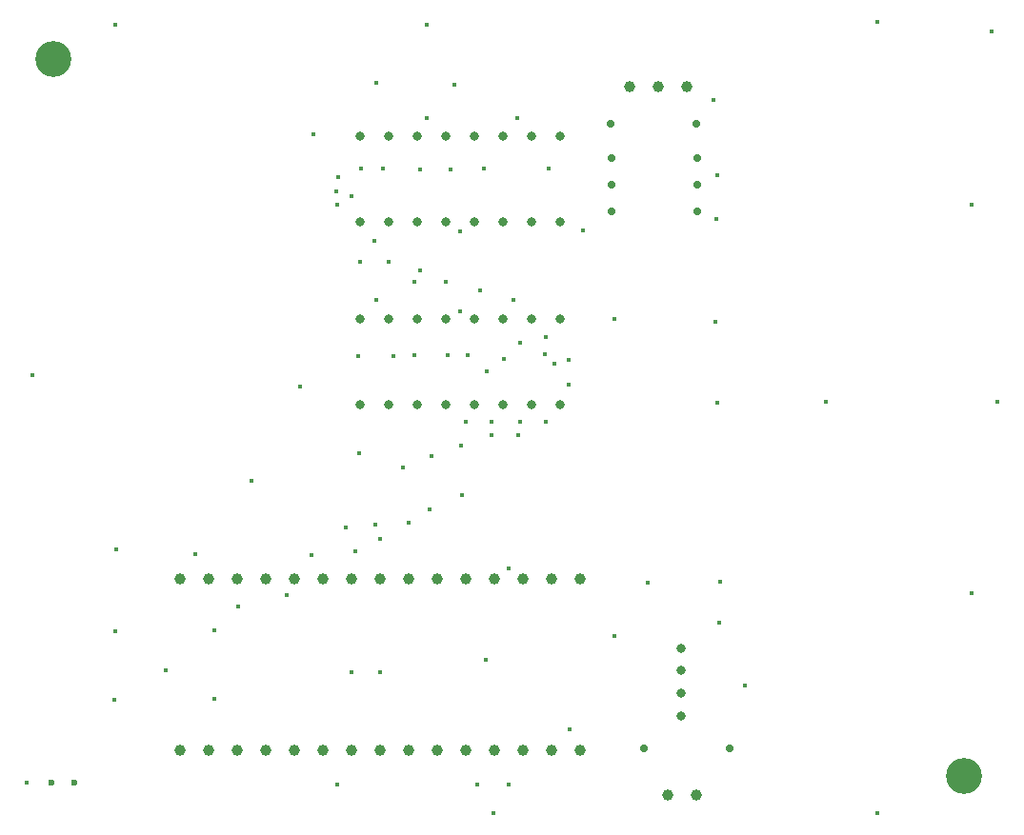
<source format=gbr>
%TF.GenerationSoftware,KiCad,Pcbnew,(6.0.4)*%
%TF.CreationDate,2023-10-22T17:32:36+02:00*%
%TF.ProjectId,GB-Dumper,47422d44-756d-4706-9572-2e6b69636164,0.7*%
%TF.SameCoordinates,Original*%
%TF.FileFunction,Plated,1,2,PTH,Drill*%
%TF.FilePolarity,Positive*%
%FSLAX46Y46*%
G04 Gerber Fmt 4.6, Leading zero omitted, Abs format (unit mm)*
G04 Created by KiCad (PCBNEW (6.0.4)) date 2023-10-22 17:32:36*
%MOMM*%
%LPD*%
G01*
G04 APERTURE LIST*
%TA.AperFunction,ViaDrill*%
%ADD10C,0.400000*%
%TD*%
%TA.AperFunction,ComponentDrill*%
%ADD11C,0.600000*%
%TD*%
%TA.AperFunction,ComponentDrill*%
%ADD12C,0.700000*%
%TD*%
%TA.AperFunction,ComponentDrill*%
%ADD13C,0.800000*%
%TD*%
%TA.AperFunction,ComponentDrill*%
%ADD14C,1.000000*%
%TD*%
%TA.AperFunction,ComponentDrill*%
%ADD15C,3.200000*%
%TD*%
G04 APERTURE END LIST*
D10*
X186288000Y-152094000D03*
X186778000Y-115864000D03*
X194078000Y-144714000D03*
X194128000Y-138589000D03*
X194178000Y-84664000D03*
X194278000Y-131364000D03*
X198678000Y-142089000D03*
X201253000Y-131739000D03*
X202968000Y-138522000D03*
X202968000Y-144618000D03*
X205088000Y-136414000D03*
X206278000Y-125264000D03*
X209368000Y-135424000D03*
X210577500Y-116864000D03*
X211578000Y-131864000D03*
X211768000Y-94394000D03*
X213768000Y-99534000D03*
X213852500Y-100676000D03*
X213890000Y-152238000D03*
X213948000Y-98254000D03*
X214652000Y-129378000D03*
X215160000Y-99898500D03*
X215178000Y-142289000D03*
X215478000Y-131464000D03*
X215772000Y-114116000D03*
X215878000Y-122764000D03*
X215922000Y-105756000D03*
X215978000Y-97464000D03*
X217192000Y-103940500D03*
X217296000Y-129102000D03*
X217328000Y-109114000D03*
X217355464Y-89886536D03*
X217698000Y-130364000D03*
X217728000Y-142214000D03*
X217991500Y-97464000D03*
X218462000Y-105756000D03*
X218857500Y-114116000D03*
X219732000Y-124044000D03*
X220258000Y-128964000D03*
X220710511Y-114039000D03*
X220748000Y-107515733D03*
X221256000Y-106518000D03*
X221258000Y-97554000D03*
X221878000Y-84664000D03*
X221878000Y-92964000D03*
X222138000Y-127774000D03*
X222272000Y-123028000D03*
X223542000Y-107534000D03*
X223753000Y-114064000D03*
X223934821Y-97520821D03*
X224288536Y-90023464D03*
X224808000Y-110124000D03*
X224818000Y-103054000D03*
X224878000Y-122064000D03*
X224978000Y-126514000D03*
X225320000Y-119980000D03*
X225526022Y-114039000D03*
X226336000Y-152238000D03*
X226607989Y-108296000D03*
X226948000Y-97424000D03*
X227128000Y-141164000D03*
X227208000Y-115464000D03*
X227606000Y-119980000D03*
X227649282Y-121178617D03*
X227778000Y-154764000D03*
X228698000Y-114414000D03*
X229128000Y-133063500D03*
X229128000Y-152214000D03*
X229575930Y-109125789D03*
X229878000Y-92964000D03*
X230018000Y-121144000D03*
X230108000Y-112964000D03*
X230146000Y-119980000D03*
X232348000Y-113934000D03*
X232438000Y-112454000D03*
X232438000Y-119984000D03*
X232678000Y-97464000D03*
X233218000Y-114794000D03*
X234464000Y-116678000D03*
X234488000Y-114504000D03*
X234578000Y-147364000D03*
X235778000Y-102964000D03*
X238508000Y-139024000D03*
X238528000Y-110836000D03*
X241478000Y-134264000D03*
X247378000Y-91364000D03*
X247478000Y-111064000D03*
X247618000Y-101914000D03*
X247678000Y-98064000D03*
X247678000Y-118264000D03*
X247858000Y-137824000D03*
X247938000Y-134224000D03*
X250128000Y-143464000D03*
X257298000Y-118244000D03*
X261878000Y-84464000D03*
X261878000Y-154764000D03*
X270278000Y-100676000D03*
X270278000Y-135220000D03*
X272048000Y-85254000D03*
X272568000Y-118204000D03*
D11*
%TO.C,C1*%
X188508000Y-152064000D03*
X190508000Y-152064000D03*
D12*
%TO.C,R1*%
X238228000Y-93464000D03*
%TO.C,R2*%
X238268000Y-96564000D03*
%TO.C,R3*%
X238268000Y-98864000D03*
%TO.C,R4*%
X238268000Y-101264000D03*
%TO.C,R5*%
X241168000Y-149064000D03*
%TO.C,R1*%
X245848000Y-93464000D03*
%TO.C,R2*%
X245888000Y-96564000D03*
%TO.C,R3*%
X245888000Y-98864000D03*
%TO.C,R4*%
X245888000Y-101264000D03*
%TO.C,R5*%
X248788000Y-149064000D03*
D13*
%TO.C,U2*%
X215907000Y-110846000D03*
X215907000Y-118466000D03*
%TO.C,U1*%
X215937000Y-94570000D03*
X215937000Y-102190000D03*
%TO.C,U2*%
X218447000Y-110846000D03*
X218447000Y-118466000D03*
%TO.C,U1*%
X218477000Y-94570000D03*
X218477000Y-102190000D03*
%TO.C,U2*%
X220987000Y-110846000D03*
X220987000Y-118466000D03*
%TO.C,U1*%
X221017000Y-94570000D03*
X221017000Y-102190000D03*
%TO.C,U2*%
X223527000Y-110846000D03*
X223527000Y-118466000D03*
%TO.C,U1*%
X223557000Y-94570000D03*
X223557000Y-102190000D03*
%TO.C,U2*%
X226067000Y-110846000D03*
X226067000Y-118466000D03*
%TO.C,U1*%
X226097000Y-94570000D03*
X226097000Y-102190000D03*
%TO.C,U2*%
X228607000Y-110846000D03*
X228607000Y-118466000D03*
%TO.C,U1*%
X228637000Y-94570000D03*
X228637000Y-102190000D03*
%TO.C,U2*%
X231147000Y-110846000D03*
X231147000Y-118466000D03*
%TO.C,U1*%
X231177000Y-94570000D03*
X231177000Y-102190000D03*
%TO.C,U2*%
X233687000Y-110846000D03*
X233687000Y-118466000D03*
%TO.C,U1*%
X233717000Y-94570000D03*
X233717000Y-102190000D03*
%TO.C,J4*%
X244478000Y-140114000D03*
X244478000Y-142114000D03*
X244478000Y-144114000D03*
X244478000Y-146114000D03*
D14*
%TO.C,A1*%
X199920000Y-133960000D03*
X199920000Y-149200000D03*
X202460000Y-133960000D03*
X202460000Y-149200000D03*
X205000000Y-133960000D03*
X205000000Y-149200000D03*
X207540000Y-133960000D03*
X207540000Y-149200000D03*
X210080000Y-133960000D03*
X210080000Y-149200000D03*
X212620000Y-133960000D03*
X212620000Y-149200000D03*
X215160000Y-133960000D03*
X215160000Y-149200000D03*
X217700000Y-133960000D03*
X217700000Y-149200000D03*
X220240000Y-133960000D03*
X220240000Y-149200000D03*
X222780000Y-133960000D03*
X222780000Y-149200000D03*
X225320000Y-133960000D03*
X225320000Y-149200000D03*
X227860000Y-133960000D03*
X227860000Y-149200000D03*
X230400000Y-133960000D03*
X230400000Y-149200000D03*
X232940000Y-133960000D03*
X232940000Y-149200000D03*
X235480000Y-133960000D03*
X235480000Y-149200000D03*
%TO.C,J2*%
X239898000Y-90164000D03*
X242438000Y-90164000D03*
%TO.C,J3*%
X243303000Y-153164000D03*
%TO.C,J2*%
X244978000Y-90164000D03*
%TO.C,J3*%
X245843000Y-153164000D03*
D15*
%TO.C,REF999\u002A\u002A*%
X188620000Y-87720000D03*
%TO.C,REF888\u002A\u002A*%
X269570000Y-151460000D03*
M02*

</source>
